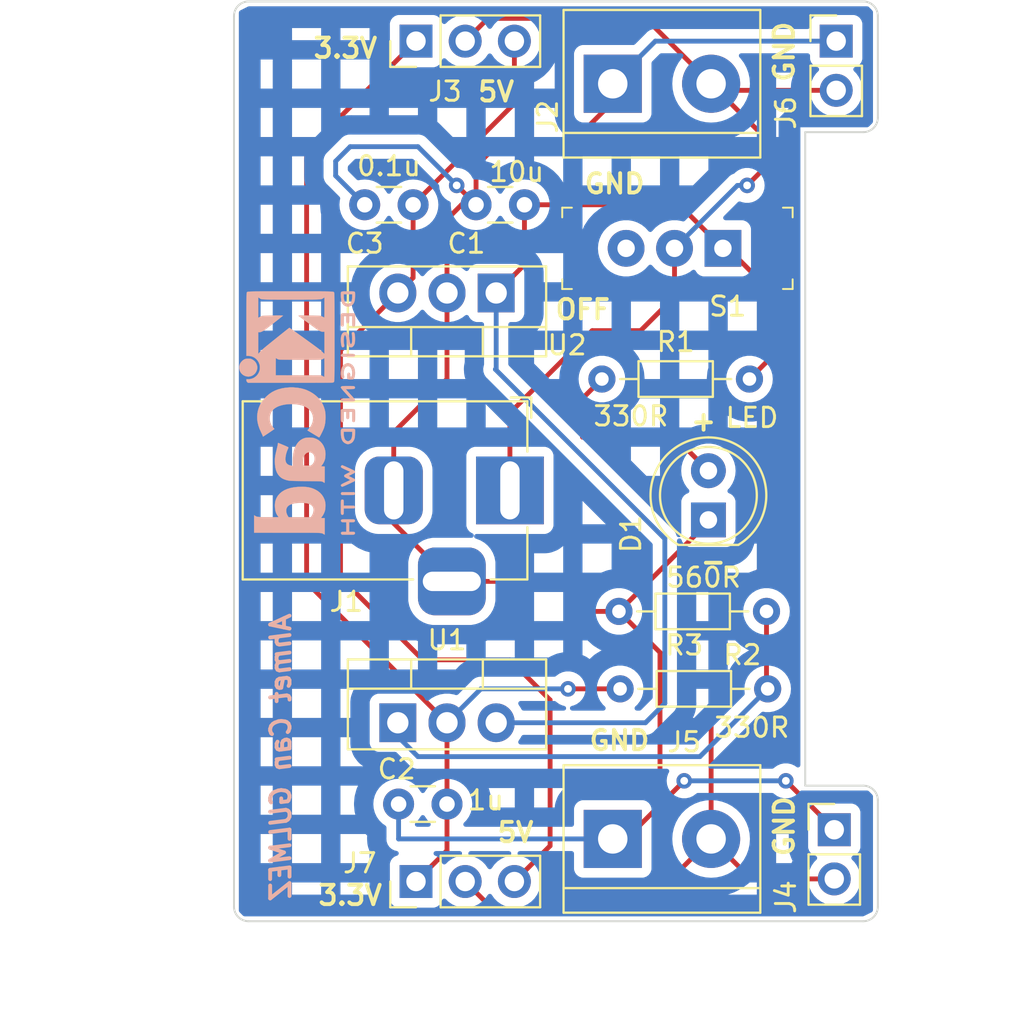
<source format=kicad_pcb>
(kicad_pcb (version 20221018) (generator pcbnew)
  (layers (0 "F.Cu" signal) (31 "B.Cu" signal) (34 "B.Paste" user) (35 "F.Paste" user) (36 "B.SilkS" user "B.Silkscreen") (37 "F.SilkS" user "F.Silkscreen") (38 "B.Mask" user) (39 "F.Mask" user) (44 "Edge.Cuts" user))
  (net 0 "")
  (net 1 "/12V")
  (net 2 "GND")
  (net 3 "/3.3V")
  (net 4 "/5V")
  (net 5 "Net-(D1-A)")
  (net 6 "/PWR_input")
  (net 7 "Net-(U1-ADJ)")
  (footprint "LED_THT:LED_D5.0mm" (layer "F.Cu") (at 190.5 86.525 90)
    (fp_text reference "D1" (at -0.725 -4 90) (layer "F.SilkS"))
    (fp_text value "LED" (at 5.275 2.25 180) (layer "F.SilkS"))
    (pad "1" thru_hole rect (at 0 0 90) (size 1.8 1.8) (drill 0.9) (layers "*.Cu" "*.Mask") (net 2 "GND"))
    (pad "2" thru_hole circle (at 2.54 0 90) (size 1.8 1.8) (drill 0.9) (layers "*.Cu" "*.Mask") (net 5 "Net-(D1-A)"))
  )
  (footprint "Capacitor_THT:C_Disc_D3.0mm_W1.6mm_P2.50mm" (layer "F.Cu") (at 177 101.2 180)
    (fp_text reference "C2" (at 2.6 1.8) (layer "F.SilkS"))
    (fp_text value "1u" (at -2 0.2) (layer "F.SilkS"))
    (pad "1" thru_hole circle (at 0 0 180) (size 1.6 1.6) (drill 0.8) (layers "*.Cu" "*.Mask") (net 3 "/3.3V"))
    (pad "2" thru_hole circle (at 2.5 0 180) (size 1.6 1.6) (drill 0.8) (layers "*.Cu" "*.Mask") (net 2 "GND"))
  )
  (footprint "Resistor_THT:R_Axial_DIN0204_L3.6mm_D1.6mm_P7.62mm_Horizontal" (layer "F.Cu") (at 185 79.25)
    (fp_text reference "R1" (at 3.81 -1.92) (layer "F.SilkS"))
    (fp_text value "330R" (at 1.5 1.92) (layer "F.SilkS"))
    (pad "1" thru_hole circle (at 0 0) (size 1.4 1.4) (drill 0.7) (layers "*.Cu" "*.Mask") (net 5 "Net-(D1-A)"))
    (pad "2" thru_hole oval (at 7.62 0) (size 1.4 1.4) (drill 0.7) (layers "*.Cu" "*.Mask") (net 1 "/12V"))
  )
  (footprint "Connector_BarrelJack:BarrelJack_Horizontal" (layer "F.Cu") (at 180.25 85)
    (fp_text reference "J1" (at -8.45 5.75) (layer "F.SilkS"))
    (fp_text value "Barrel_Jack_Switch" hide)
    (pad "1" thru_hole rect (at 0 0) (size 3.5 3.5) (drill oval 1 3) (layers "*.Cu" "*.Mask") (net 6 "/PWR_input"))
    (pad "2" thru_hole roundrect (at -6 0) (size 3 3.5) (drill oval 1 3) (layers "*.Cu" "*.Mask") (net 2 "GND"))
    (pad "3" thru_hole roundrect (at -3 4.7) (size 3.5 3.5) (drill oval 3 1) (layers "*.Cu" "*.Mask") (net 2 "GND"))
  )
  (footprint "digikey-footprints:Switch_Slide_11.6x4mm_EG1218" (layer "F.Cu") (at 191.25 72.5 180)
    (fp_text reference "S1" (at -0.25 -3) (layer "F.SilkS"))
    (fp_text value "EG1218" hide)
    (pad "1" thru_hole rect (at 0 0 180) (size 1.9 1.9) (drill 0.9) (layers "*.Cu" "*.Mask") (net 1 "/12V"))
    (pad "2" thru_hole circle (at 2.5 0 180) (size 1.9 1.9) (drill 0.9) (layers "*.Cu" "*.Mask") (net 6 "/PWR_input"))
    (pad "3" thru_hole circle (at 5 0 180) (size 1.9 1.9) (drill 0.9) (layers "*.Cu" "*.Mask"))
  )
  (footprint "Package_TO_SOT_THT:TO-220-3_Vertical" (layer "F.Cu") (at 174.46 97)
    (fp_text reference "U1" (at 2.54 -4.27) (layer "F.SilkS"))
    (fp_text value "LM317_TO-220" hide)
    (pad "1" thru_hole rect (at 0 0) (size 1.905 2) (drill 1.1) (layers "*.Cu" "*.Mask") (net 7 "Net-(U1-ADJ)"))
    (pad "2" thru_hole oval (at 2.54 0) (size 1.905 2) (drill 1.1) (layers "*.Cu" "*.Mask") (net 3 "/3.3V"))
    (pad "3" thru_hole oval (at 5.08 0) (size 1.905 2) (drill 1.1) (layers "*.Cu" "*.Mask") (net 1 "/12V"))
  )
  (footprint "Connector_PinHeader_2.54mm:PinHeader_1x02_P2.54mm_Vertical" (layer "F.Cu") (at 197.1 61.8)
    (fp_text reference "J6" (at -2.6 3.7 90) (layer "F.SilkS"))
    (fp_text value "Conn_01x02_Pin" hide)
    (pad "1" thru_hole rect (at 0 0) (size 1.7 1.7) (drill 1) (layers "*.Cu" "*.Mask") (net 2 "GND"))
    (pad "2" thru_hole oval (at 0 2.54) (size 1.7 1.7) (drill 1) (layers "*.Cu" "*.Mask") (net 6 "/PWR_input"))
  )
  (footprint "Connector_PinHeader_2.54mm:PinHeader_1x02_P2.54mm_Vertical" (layer "F.Cu") (at 197 102.525)
    (fp_text reference "J4" (at -2.5 3.475 90) (layer "F.SilkS"))
    (fp_text value "Conn_01x02_Pin" hide)
    (pad "1" thru_hole rect (at 0 0) (size 1.7 1.7) (drill 1) (layers "*.Cu" "*.Mask") (net 2 "GND"))
    (pad "2" thru_hole oval (at 0 2.54) (size 1.7 1.7) (drill 1) (layers "*.Cu" "*.Mask") (net 6 "/PWR_input"))
  )
  (footprint "Connector_PinHeader_2.54mm:PinHeader_1x03_P2.54mm_Vertical" (layer "F.Cu") (at 175.4 61.8 90)
    (fp_text reference "J3" (at -2.6 1.5) (layer "F.SilkS"))
    (fp_text value "Conn_01x03_Pin" hide)
    (pad "1" thru_hole rect (at 0 0 90) (size 1.7 1.7) (drill 1) (layers "*.Cu" "*.Mask") (net 3 "/3.3V"))
    (pad "2" thru_hole oval (at 0 2.54 90) (size 1.7 1.7) (drill 1) (layers "*.Cu" "*.Mask") (net 6 "/PWR_input"))
    (pad "3" thru_hole oval (at 0 5.08 90) (size 1.7 1.7) (drill 1) (layers "*.Cu" "*.Mask") (net 4 "/5V"))
  )
  (footprint "TerminalBlock:TerminalBlock_bornier-2_P5.08mm" (layer "F.Cu") (at 185.56 103)
    (fp_text reference "J5" (at 3.69 -5) (layer "F.SilkS"))
    (fp_text value "Screw_Terminal_01x02" hide)
    (pad "1" thru_hole rect (at 0 0) (size 3 3) (drill 1.52) (layers "*.Cu" "*.Mask") (net 2 "GND"))
    (pad "2" thru_hole circle (at 5.08 0) (size 3 3) (drill 1.52) (layers "*.Cu" "*.Mask") (net 6 "/PWR_input"))
  )
  (footprint "Resistor_THT:R_Axial_DIN0204_L3.6mm_D1.6mm_P7.62mm_Horizontal" (layer "F.Cu") (at 193.56 95.25 180)
    (fp_text reference "R2" (at 1.31 1.75) (layer "F.SilkS"))
    (fp_text value "330R" (at 0.81 -2) (layer "F.SilkS"))
    (pad "1" thru_hole circle (at 0 0 180) (size 1.4 1.4) (drill 0.7) (layers "*.Cu" "*.Mask") (net 7 "Net-(U1-ADJ)"))
    (pad "2" thru_hole oval (at 7.62 0 180) (size 1.4 1.4) (drill 0.7) (layers "*.Cu" "*.Mask") (net 3 "/3.3V"))
  )
  (footprint "Package_TO_SOT_THT:TO-220-3_Vertical" (layer "F.Cu") (at 179.54 74.805 180)
    (fp_text reference "U2" (at -3.66 -2.695) (layer "F.SilkS"))
    (fp_text value "LM7805_TO220" hide)
    (pad "1" thru_hole rect (at 0 0 180) (size 1.905 2) (drill 1.1) (layers "*.Cu" "*.Mask") (net 1 "/12V"))
    (pad "2" thru_hole oval (at 2.54 0 180) (size 1.905 2) (drill 1.1) (layers "*.Cu" "*.Mask") (net 2 "GND"))
    (pad "3" thru_hole oval (at 5.08 0 180) (size 1.905 2) (drill 1.1) (layers "*.Cu" "*.Mask") (net 4 "/5V"))
  )
  (footprint "TerminalBlock:TerminalBlock_bornier-2_P5.08mm" (layer "F.Cu") (at 185.56 64)
    (fp_text reference "J2" (at -3.36 1.7 90) (layer "F.SilkS"))
    (fp_text value "Screw_Terminal_01x02" hide)
    (pad "1" thru_hole rect (at 0 0) (size 3 3) (drill 1.52) (layers "*.Cu" "*.Mask") (net 2 "GND"))
    (pad "2" thru_hole circle (at 5.08 0) (size 3 3) (drill 1.52) (layers "*.Cu" "*.Mask") (net 6 "/PWR_input"))
  )
  (footprint "Resistor_THT:R_Axial_DIN0204_L3.6mm_D1.6mm_P7.62mm_Horizontal" (layer "F.Cu") (at 185.88 91.25)
    (fp_text reference "R3" (at 3.37 1.75) (layer "F.SilkS"))
    (fp_text value "560R" (at 4.37 -1.75) (layer "F.SilkS"))
    (pad "1" thru_hole circle (at 0 0) (size 1.4 1.4) (drill 0.7) (layers "*.Cu" "*.Mask") (net 2 "GND"))
    (pad "2" thru_hole oval (at 7.62 0) (size 1.4 1.4) (drill 0.7) (layers "*.Cu" "*.Mask") (net 7 "Net-(U1-ADJ)"))
  )
  (footprint "Capacitor_THT:C_Disc_D3.0mm_W1.6mm_P2.50mm" (layer "F.Cu") (at 181 70.25 180)
    (fp_text reference "C1" (at 3 -2) (layer "F.SilkS"))
    (fp_text value "10u" (at 0.4 1.7) (layer "F.SilkS"))
    (pad "1" thru_hole circle (at 0 0 180) (size 1.6 1.6) (drill 0.8) (layers "*.Cu" "*.Mask") (net 1 "/12V"))
    (pad "2" thru_hole circle (at 2.5 0 180) (size 1.6 1.6) (drill 0.8) (layers "*.Cu" "*.Mask") (net 2 "GND"))
  )
  (footprint "Capacitor_THT:C_Disc_D3.0mm_W1.6mm_P2.50mm" (layer "F.Cu") (at 175.25 70.25 180)
    (fp_text reference "C3" (at 2.5 -2) (layer "F.SilkS"))
    (fp_text value "0.1u" (at 1.25 2) (layer "F.SilkS"))
    (pad "1" thru_hole circle (at 0 0 180) (size 1.6 1.6) (drill 0.8) (layers "*.Cu" "*.Mask") (net 4 "/5V"))
    (pad "2" thru_hole circle (at 2.5 0 180) (size 1.6 1.6) (drill 0.8) (layers "*.Cu" "*.Mask") (net 2 "GND"))
  )
  (footprint "Connector_PinHeader_2.54mm:PinHeader_1x03_P2.54mm_Vertical" (layer "F.Cu") (at 175.4 105.2 90)
    (fp_text reference "J7" (at 0.95 -2.9 180) (layer "F.SilkS"))
    (fp_text value "Conn_01x03_Pin" hide)
    (pad "1" thru_hole rect (at 0 0 90) (size 1.7 1.7) (drill 1) (layers "*.Cu" "*.Mask") (net 3 "/3.3V"))
    (pad "2" thru_hole oval (at 0 2.54 90) (size 1.7 1.7) (drill 1) (layers "*.Cu" "*.Mask") (net 6 "/PWR_input"))
    (pad "3" thru_hole oval (at 0 5.08 90) (size 1.7 1.7) (drill 1) (layers "*.Cu" "*.Mask") (net 4 "/5V"))
  )
  (footprint "Symbol:KiCad-Logo2_5mm_SilkScreen" (layer "B.Cu") (at 169.25 81 -90)
    (fp_text reference "REF**" hide)
    (fp_text value "KiCad-Logo2_5mm_SilkScreen" hide)
  )
  (gr_line (start 195.5 100.25) (end 195.5 66.5) (stroke (width 0.1)) (layer "Edge.Cuts"))
  (gr_line (start 166.75 107.25) (end 198.5 107.25) (stroke (width 0.1)) (layer "Edge.Cuts"))
  (gr_arc (start 199.25 106.5) (mid 199.03033 107.03033) (end 198.5 107.25) (stroke (width 0.1)) (layer "Edge.Cuts"))
  (gr_arc (start 166.75 107.25) (mid 166.21967 107.03033) (end 166 106.5) (stroke (width 0.1)) (layer "Edge.Cuts"))
  (gr_line (start 198.5 59.75) (end 166.75 59.75) (stroke (width 0.1)) (layer "Edge.Cuts"))
  (gr_arc (start 166 60.5) (mid 166.21967 59.96967) (end 166.75 59.75) (stroke (width 0.1)) (layer "Edge.Cuts"))
  (gr_line (start 199.25 106.5) (end 199.25 101) (stroke (width 0.1)) (layer "Edge.Cuts"))
  (gr_arc (start 198.5 100.25) (mid 199.03033 100.46967) (end 199.25 101) (stroke (width 0.1)) (layer "Edge.Cuts"))
  (gr_line (start 198.5 100.25) (end 195.5 100.25) (stroke (width 0.1)) (layer "Edge.Cuts"))
  (gr_arc (start 198.5 59.75) (mid 199.03033 59.96967) (end 199.25 60.5) (stroke (width 0.1)) (layer "Edge.Cuts"))
  (gr_arc (start 199.25 65.75) (mid 199.03033 66.28033) (end 198.5 66.5) (stroke (width 0.1)) (layer "Edge.Cuts"))
  (gr_line (start 166 60.5) (end 166 106.5) (stroke (width 0.1)) (layer "Edge.Cuts"))
  (gr_line (start 199.25 60.5) (end 199.25 65.75) (stroke (width 0.1)) (layer "Edge.Cuts"))
  (gr_line (start 198.5 66.5) (end 195.5 66.5) (stroke (width 0.1)) (layer "Edge.Cuts"))
  (gr_text "Ahmet Can GULMEZ" (at 169 91.25 90) (layer "B.SilkS") (effects (font (size 1 1) (thickness 0.2) bold italic) (justify left bottom mirror)))
  (gr_text "-\n" (at 190 89.25) (layer "F.SilkS") (effects (font (size 1 1) (thickness 0.2) bold) (justify left bottom)))
  (gr_text "3.3V" (at 170.25 106.5) (layer "F.SilkS") (effects (font (size 1 1) (thickness 0.2) bold) (justify left bottom)))
  (gr_text "5V" (at 179.5 103.25) (layer "F.SilkS") (effects (font (size 1 1) (thickness 0.2) bold) (justify left bottom)))
  (gr_text "5V" (at 178.5 65) (layer "F.SilkS") (effects (font (size 1 1) (thickness 0.2) bold) (justify left bottom)))
  (gr_text "3.3V" (at 170 62.75) (layer "F.SilkS") (effects (font (size 1 1) (thickness 0.2) bold) (justify left bottom)))
  (gr_text "GND" (at 195 64 90) (layer "F.SilkS") (effects (font (size 1 1) (thickness 0.2) bold) (justify left bottom)))
  (gr_text "GND" (at 184.25 98.5) (layer "F.SilkS") (effects (font (size 1 1) (thickness 0.2) bold) (justify left bottom)))
  (gr_text "GND" (at 184 69.75) (layer "F.SilkS") (effects (font (size 1 1) (thickness 0.2) bold) (justify left bottom)))
  (gr_text "GND" (at 195 104 90) (layer "F.SilkS") (effects (font (size 1 1) (thickness 0.2) bold) (justify left bottom)))
  (gr_text "+" (at 189.5 82) (layer "F.SilkS") (effects (font (size 1 1) (thickness 0.2) bold) (justify left bottom)))
  (gr_text "OFF" (at 182.5 76.25) (layer "F.SilkS") (effects (font (size 1 1) (thickness 0.2) bold) (justify left bottom)))
  (segment (start 191.25 72.5) (end 191.5 72.5) (width 0.25) (layer "F.Cu") (net 1))
  (segment (start 193.56 78.31) (end 192.62 79.25) (width 0.25) (layer "F.Cu") (net 1))
  (segment (start 181 73.345) (end 179.54 74.805) (width 0.25) (layer "F.Cu") (net 1))
  (segment (start 191.5 72.5) (end 193.56 74.56) (width 0.25) (layer "F.Cu") (net 1))
  (segment (start 193.56 74.56) (end 193.56 78.31) (width 0.25) (layer "F.Cu") (net 1))
  (segment (start 181 70.25) (end 181 73.345) (width 0.25) (layer "F.Cu") (net 1))
  (segment (start 181 70.25) (end 189 70.25) (width 0.25) (layer "F.Cu") (net 1))
  (segment (start 189 70.25) (end 191.25 72.5) (width 0.25) (layer "F.Cu") (net 1))
  (segment (start 179.5 78.75) (end 179.54 78.71) (width 0.25) (layer "B.Cu") (net 1))
  (segment (start 188.25 87.5) (end 179.5 78.75) (width 0.25) (layer "B.Cu") (net 1))
  (segment (start 188.25 96) (end 188.25 87.5) (width 0.25) (layer "B.Cu") (net 1))
  (segment (start 187.25 97) (end 188.25 96) (width 0.25) (layer "B.Cu") (net 1))
  (segment (start 179.54 78.71) (end 179.54 74.805) (width 0.25) (layer "B.Cu") (net 1))
  (segment (start 179.54 97) (end 187.25 97) (width 0.25) (layer "B.Cu") (net 1))
  (segment (start 197 102.5) (end 194.5 100) (width 0.25) (layer "F.Cu") (net 2))
  (segment (start 186.25 103) (end 185.56 103) (width 0.25) (layer "F.Cu") (net 2))
  (segment (start 179.25 67.5) (end 178.5 68.25) (width 0.25) (layer "F.Cu") (net 2))
  (segment (start 190.5 86.525) (end 190.5 86.63) (width 0.25) (layer "F.Cu") (net 2))
  (segment (start 197 102.525) (end 197 102.5) (width 0.25) (layer "F.Cu") (net 2))
  (segment (start 183 67.5) (end 179.25 67.5) (width 0.25) (layer "F.Cu") (net 2))
  (segment (start 188 101.25) (end 186.25 103) (width 0.25) (layer "F.Cu") (net 2))
  (segment (start 190.5 86.63) (end 185.88 91.25) (width 0.25) (layer "F.Cu") (net 2))
  (segment (start 177.75 70.25) (end 177 71) (width 0.25) (layer "F.Cu") (net 2))
  (segment (start 177 74.805) (end 177 79.25) (width 0.25) (layer "F.Cu") (net 2))
  (segment (start 174.25 85) (end 174.25 86.7) (width 0.25) (layer "F.Cu") (net 2))
  (segment (start 182.7 89.7) (end 184.25 91.25) (width 0.25) (layer "F.Cu") (net 2))
  (segment (start 174.25 82) (end 174.25 85) (width 0.25) (layer "F.Cu") (net 2))
  (segment (start 177 79.25) (end 174.25 82) (width 0.25) (layer "F.Cu") (net 2))
  (segment (start 178.5 70.25) (end 177.5 69.25) (width 0.25) (layer "F.Cu") (net 2))
  (segment (start 177.25 89.7) (end 182.7 89.7) (width 0.25) (layer "F.Cu") (net 2))
  (segment (start 178.5 70.25) (end 177.75 70.25) (width 0.25) (layer "F.Cu") (net 2))
  (segment (start 174.25 86.7) (end 177.25 89.7) (width 0.25) (layer "F.Cu") (net 2))
  (segment (start 188 93.37) (end 188 101.25) (width 0.25) (layer "F.Cu") (net 2))
  (segment (start 189.25 100) (end 188 101.25) (width 0.25) (layer "F.Cu") (net 2))
  (segment (start 185.56 64) (end 185.56 64.94) (width 0.25) (layer "F.Cu") (net 2))
  (segment (start 178.5 68.25) (end 178.5 70.25) (width 0.25) (layer "F.Cu") (net 2))
  (segment (start 185.56 64.94) (end 183 67.5) (width 0.25) (layer "F.Cu") (net 2))
  (segment (start 184.25 91.25) (end 185.88 91.25) (width 0.25) (layer "F.Cu") (net 2))
  (segment (start 177 71) (end 177 74.805) (width 0.25) (layer "F.Cu") (net 2))
  (segment (start 185.88 91.25) (end 188 93.37) (width 0.25) (layer "F.Cu") (net 2))
  (via (at 189.25 100) (size 0.8) (drill 0.4) (layers "F.Cu" "B.Cu") (net 2))
  (via (at 177.5 69.25) (size 0.8) (drill 0.4) (layers "F.Cu" "B.Cu") (net 2))
  (via (at 194.5 100) (size 0.8) (drill 0.4) (layers "F.Cu" "B.Cu") (net 2))
  (segment (start 174.5 103) (end 174.5 101.2) (width 0.25) (layer "B.Cu") (net 2))
  (segment (start 194.5 100) (end 189.25 100) (width 0.25) (layer "B.Cu") (net 2))
  (segment (start 185.56 103) (end 174.5 103) (width 0.25) (layer "B.Cu") (net 2))
  (segment (start 172.75 70.25) (end 171.25 68.75) (width 0.25) (layer "B.Cu") (net 2))
  (segment (start 171.25 68) (end 172 67.25) (width 0.25) (layer "B.Cu") (net 2))
  (segment (start 172 67.25) (end 175.5 67.25) (width 0.25) (layer "B.Cu") (net 2))
  (segment (start 187.76 61.8) (end 197.1 61.8) (width 0.25) (layer "B.Cu") (net 2))
  (segment (start 175.5 67.25) (end 177.5 69.25) (width 0.25) (layer "B.Cu") (net 2))
  (segment (start 185.56 64) (end 187.76 61.8) (width 0.25) (layer "B.Cu") (net 2))
  (segment (start 171.25 68.75) (end 171.25 68) (width 0.25) (layer "B.Cu") (net 2))
  (segment (start 177 101.2) (end 177 97) (width 0.25) (layer "F.Cu") (net 3))
  (segment (start 177 101.2) (end 177 103.6) (width 0.25) (layer "F.Cu") (net 3))
  (segment (start 175.4 61.8) (end 169.75 67.45) (width 0.25) (layer "F.Cu") (net 3))
  (segment (start 169.75 89.75) (end 177 97) (width 0.25) (layer "F.Cu") (net 3))
  (segment (start 169.75 67.45) (end 169.75 89.75) (width 0.25) (layer "F.Cu") (net 3))
  (segment (start 185.94 95.25) (end 183.25 95.25) (width 0.25) (layer "F.Cu") (net 3))
  (segment (start 177 103.6) (end 175.4 105.2) (width 0.25) (layer "F.Cu") (net 3))
  (via (at 183.25 95.25) (size 0.8) (drill 0.4) (layers "F.Cu" "B.Cu") (net 3))
  (segment (start 178.75 95.25) (end 177 97) (width 0.25) (layer "B.Cu") (net 3))
  (segment (start 183.25 95.25) (end 178.75 95.25) (width 0.25) (layer "B.Cu") (net 3))
  (segment (start 182.325 103.355) (end 182.325 95.825) (width 0.25) (layer "F.Cu") (net 4))
  (segment (start 180.48 65.02) (end 175.25 70.25) (width 0.25) (layer "F.Cu") (net 4))
  (segment (start 180.48 105.2) (end 182.325 103.355) (width 0.25) (layer "F.Cu") (net 4))
  (segment (start 175.25 70.25) (end 175.25 74.015) (width 0.25) (layer "F.Cu") (net 4))
  (segment (start 180.25 93.75) (end 175.75 93.75) (width 0.25) (layer "F.Cu") (net 4))
  (segment (start 182.325 95.825) (end 180.25 93.75) (width 0.25) (layer "F.Cu") (net 4))
  (segment (start 175.75 93.75) (end 171.5 89.5) (width 0.25) (layer "F.Cu") (net 4))
  (segment (start 171.5 89.5) (end 171.5 77.765) (width 0.25) (layer "F.Cu") (net 4))
  (segment (start 175.25 74.015) (end 174.46 74.805) (width 0.25) (layer "F.Cu") (net 4))
  (segment (start 171.5 77.765) (end 174.46 74.805) (width 0.25) (layer "F.Cu") (net 4))
  (segment (start 180.48 61.8) (end 180.48 65.02) (width 0.25) (layer "F.Cu") (net 4))
  (segment (start 184 80.25) (end 184 82.25) (width 0.25) (layer "F.Cu") (net 5))
  (segment (start 188.765 82.25) (end 190.5 83.985) (width 0.25) (layer "F.Cu") (net 5))
  (segment (start 184 82.25) (end 188.765 82.25) (width 0.25) (layer "F.Cu") (net 5))
  (segment (start 185 79.25) (end 184 80.25) (width 0.25) (layer "F.Cu") (net 5))
  (segment (start 179.115 60.625) (end 177.94 61.8) (width 0.25) (layer "F.Cu") (net 6))
  (segment (start 194.585 67.945) (end 194.585 87.665) (width 0.25) (layer "F.Cu") (net 6))
  (segment (start 187 76.75) (end 184.5 76.75) (width 0.25) (layer "F.Cu") (net 6))
  (segment (start 180.25 81) (end 180.25 85) (width 0.25) (layer "F.Cu") (net 6))
  (segment (start 179.49 106.75) (end 186.89 106.75) (width 0.25) (layer "F.Cu") (net 6))
  (segment (start 188.75 72.5) (end 188.75 75) (width 0.25) (layer "F.Cu") (net 6))
  (segment (start 193.805 67.945) (end 194.585 67.945) (width 0.25) (layer "F.Cu") (net 6))
  (segment (start 186.89 106.75) (end 190.64 103) (width 0.25) (layer "F.Cu") (net 6))
  (segment (start 190.64 91.61) (end 190.64 103) (width 0.25) (layer "F.Cu") (net 6))
  (segment (start 184.5 76.75) (end 180.25 81) (width 0.25) (layer "F.Cu") (net 6))
  (segment (start 194.585 87.665) (end 190.64 91.61) (width 0.25) (layer "F.Cu") (net 6))
  (segment (start 190.64 64) (end 187.265 60.625) (width 0.25) (layer "F.Cu") (net 6))
  (segment (start 187.265 60.625) (end 179.115 60.625) (width 0.25) (layer "F.Cu") (net 6))
  (segment (start 192.5 69.25) (end 193.805 67.945) (width 0.25) (layer "F.Cu") (net 6))
  (segment (start 188.75 75) (end 187 76.75) (width 0.25) (layer "F.Cu") (net 6))
  (segment (start 197.1 64.34) (end 190.98 64.34) (width 0.25) (layer "F.Cu") (net 6))
  (segment (start 177.94 105.2) (end 179.49 106.75) (width 0.25) (layer "F.Cu") (net 6))
  (segment (start 190.64 103) (end 192.705 105.065) (width 0.25) (layer "F.Cu") (net 6))
  (segment (start 192.705 105.065) (end 197 105.065) (width 0.25) (layer "F.Cu") (net 6))
  (segment (start 190.98 64.34) (end 190.64 64) (width 0.25) (layer "F.Cu") (net 6))
  (segment (start 190.64 64) (end 194.585 67.945) (width 0.25) (layer "F.Cu") (net 6))
  (via (at 192.5 69.25) (size 0.8) (drill 0.4) (layers "F.Cu" "B.Cu") (net 6))
  (segment (start 192 69.25) (end 192.5 69.25) (width 0.25) (layer "B.Cu") (net 6))
  (segment (start 188.75 72.5) (end 192 69.25) (width 0.25) (layer "B.Cu") (net 6))
  (segment (start 193.5 91.25) (end 193.5 95.19) (width 0.25) (layer "F.Cu") (net 7))
  (segment (start 193.5 95.19) (end 193.56 95.25) (width 0.25) (layer "F.Cu") (net 7))
  (segment (start 193.56 95.25) (end 190.06 98.75) (width 0.25) (layer "B.Cu") (net 7))
  (segment (start 174.46 97.71) (end 174.46 97) (width 0.25) (layer "B.Cu") (net 7))
  (segment (start 175.5 98.75) (end 174.46 97.71) (width 0.25) (layer "B.Cu") (net 7))
  (segment (start 190.06 98.75) (end 175.5 98.75) (width 0.25) (layer "B.Cu") (net 7))
  (zone (net 0) (net_name "") (layer "B.Cu") (connect_pads (clearance 0.5)) (min_thickness 0.25) (fill yes (mode hatch) (thermal_gap 0.5) (thermal_bridge_width 0.5) (island_removal_mode 1) (island_area_min 10) (hatch_thickness 1) (hatch_gap 1.5) (hatch_orientation 0) (hatch_border_algorithm hatch_thickness) (hatch_min_hole_area 0.3))
    (polygon (pts (xy 166.75 60) (xy 166.25 60.25) (xy 166.25 106.75) (xy 166.5 107) (xy 198.5 107) (xy 199 106.75) (xy 199 100.75) (xy 198.75 100.5) (xy 195.25 100.5) (xy 195.25 66.25) (xy 198.75 66.25) (xy 199 66) (xy 199 60.25) (xy 198.75 60)))
  )
)
</source>
